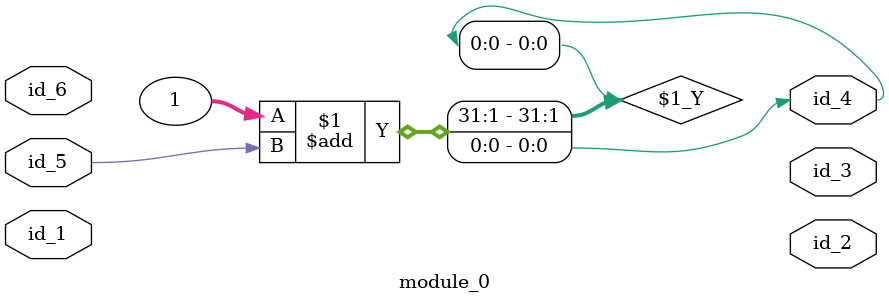
<source format=v>
module module_0 (
    id_1,
    id_2,
    id_3,
    id_4,
    id_5,
    id_6
);
  inout id_6;
  input id_5;
  output id_4;
  output id_3;
  output id_2;
  input id_1;
  assign id_4 = 1 + id_5;
endmodule

</source>
